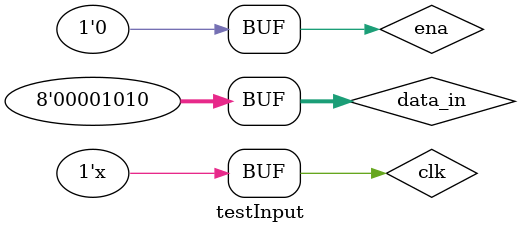
<source format=v>
`timescale 1ns / 1ps


module testInput();
    reg clk;

    reg [7:0]data_in;
    reg ena;
    
    wire [47:0] nums;
    wire [2:0] ops;
    wire calReady;
    
    inputModule n1(clk, data_in, ena, nums, ops, calReady);
    
    always #10 clk = ~clk;
    
    initial begin
        #0
        clk = 0;
        data_in = 8'h00;
        ena = 1'b0;
        
        //send 1.5 then enter
        #50
        data_in = 8'h31;
        ena = 1'b1;
        #20 ena = 1'b0;
        
        #60
        data_in = 8'h39;
        ena = 1'b1;
        #20 ena = 1'b0;
        
        #60 //period
        data_in = 8'h2e;
        ena = 1'b1;
        #20 ena = 1'b0;
        
        #60
        data_in = 8'h35;
        ena = 1'b1;
        #20 ena = 1'b0;
        
        #60
        data_in = 8'h37;
        ena = 1'b1;
        #20 ena = 1'b0;
        
        #60 //enter
        data_in = 8'h0A;
        ena = 1'b1;
        #20 ena = 1'b0;
        
        #60 //minus
        data_in = 8'h2d;
        ena = 1'b1;
        #20 ena = 1'b0;
        
        #60
        data_in = 8'h37;
        ena = 1'b1;
        #20 ena = 1'b0;
        #60
        data_in = 8'h37;
        ena = 1'b1;
        #20 ena = 1'b0;
        #60
        data_in = 8'h37;
        ena = 1'b1;
        #20 ena = 1'b0;
        #60
        data_in = 8'h37;
        ena = 1'b1;
        #20 ena = 1'b0;
        #60
        data_in = 8'h37;
        ena = 1'b1;
        #20 ena = 1'b0;
        #60
        data_in = 8'h37;
        ena = 1'b1;
        #20 ena = 1'b0;

        
        #60 //period
        data_in = 8'h2e;
        ena = 1'b1;
        #20 ena = 1'b0;
        
        #60
        data_in = 8'h39;
        ena = 1'b1;
        #20 ena = 1'b0;
        #60
        data_in = 8'h39;
        ena = 1'b1;
        #20 ena = 1'b0;
        #60
        data_in = 8'h39;
        ena = 1'b1;
        #20 ena = 1'b0;
        #60
        data_in = 8'h39;
        ena = 1'b1;
        #20 ena = 1'b0;
        #60
        data_in = 8'h39;
        ena = 1'b1;
        #20 ena = 1'b0;
        #60
        data_in = 8'h39;
        ena = 1'b1;
        #20 ena = 1'b0;
        
        #60 //enter
        data_in = 8'h0A;
        ena = 1'b1;
        #20 ena = 1'b0;
        
        #60 //minus
        data_in = 8'h2a;
        ena = 1'b1;
        #20 ena = 1'b0;
        
        #60
        data_in = 8'h37;
        ena = 1'b1;
        #20 ena = 1'b0;
        #60
        data_in = 8'h37;
        ena = 1'b1;
        #20 ena = 1'b0;
        #60
        data_in = 8'h37;
        ena = 1'b1;
        #20 ena = 1'b0;
        #60
        data_in = 8'h37;
        ena = 1'b1;
        #20 ena = 1'b0;
        #60
        data_in = 8'h37;
        ena = 1'b1;
        #20 ena = 1'b0;
        #60
        data_in = 8'h37;
        ena = 1'b1;
        #20 ena = 1'b0;

        
        #60 //period
        data_in = 8'h2e;
        ena = 1'b1;
        #20 ena = 1'b0;
        
        #60
        data_in = 8'h39;
        ena = 1'b1;
        #20 ena = 1'b0;
        #60
        data_in = 8'h39;
        ena = 1'b1;
        #20 ena = 1'b0;
        #60
        data_in = 8'h39;
        ena = 1'b1;
        #20 ena = 1'b0;
        #60
        data_in = 8'h39;
        ena = 1'b1;
        #20 ena = 1'b0;
        #60
        data_in = 8'h39;
        ena = 1'b1;
        #20 ena = 1'b0;
        #60
        data_in = 8'h39;
        ena = 1'b1;
        #20 ena = 1'b0;
        
        #60 //enter
        data_in = 8'h0A;
        ena = 1'b1;
        #20 ena = 1'b0;
        
        
        #60
        data_in = 8'h35;
        ena = 1'b1;
        #20 ena = 1'b0;
        #60
        data_in = 8'h37;
        ena = 1'b1;
        #20 ena = 1'b0;
        #60
        data_in = 8'h37;
        ena = 1'b1;
        #20 ena = 1'b0;
        #60
        data_in = 8'h37;
        ena = 1'b1;
        #20 ena = 1'b0;
        #60
        data_in = 8'h37;
        ena = 1'b1;
        #20 ena = 1'b0;
        #60
        data_in = 8'h37;
        ena = 1'b1;
        #20 ena = 1'b0;

        
        #60 //period
        data_in = 8'h2e;
        ena = 1'b1;
        #20 ena = 1'b0;
        
        #60
        data_in = 8'h39;
        ena = 1'b1;
        #20 ena = 1'b0;
        #60
        data_in = 8'h39;
        ena = 1'b1;
        #20 ena = 1'b0;
        #60
        data_in = 8'h39;
        ena = 1'b1;
        #20 ena = 1'b0;
        #60
        data_in = 8'h39;
        ena = 1'b1;
        #20 ena = 1'b0;
        #60
        data_in = 8'h39;
        ena = 1'b1;
        #20 ena = 1'b0;
        #60
        data_in = 8'h39;
        ena = 1'b1;
        #20 ena = 1'b0;
        
        #60 //enter
        data_in = 8'h0A;
        ena = 1'b1;
        #20 ena = 1'b0;
        
    end

endmodule

</source>
